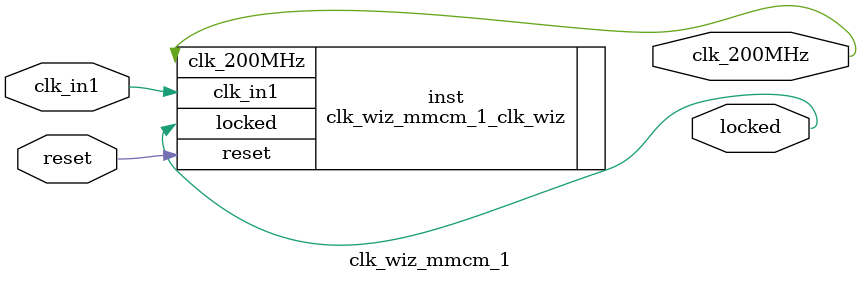
<source format=v>


`timescale 1ps/1ps

(* CORE_GENERATION_INFO = "clk_wiz_mmcm_1,clk_wiz_v6_0_6_0_0,{component_name=clk_wiz_mmcm_1,use_phase_alignment=true,use_min_o_jitter=false,use_max_i_jitter=false,use_dyn_phase_shift=false,use_inclk_switchover=false,use_dyn_reconfig=false,enable_axi=0,feedback_source=FDBK_AUTO,PRIMITIVE=MMCM,num_out_clk=1,clkin1_period=3.333,clkin2_period=10.0,use_power_down=false,use_reset=true,use_locked=true,use_inclk_stopped=false,feedback_type=SINGLE,CLOCK_MGR_TYPE=NA,manual_override=false}" *)

module clk_wiz_mmcm_1 
 (
  // Clock out ports
  output        clk_200MHz,
  // Status and control signals
  input         reset,
  output        locked,
 // Clock in ports
  input         clk_in1
 );

  clk_wiz_mmcm_1_clk_wiz inst
  (
  // Clock out ports  
  .clk_200MHz(clk_200MHz),
  // Status and control signals               
  .reset(reset), 
  .locked(locked),
 // Clock in ports
  .clk_in1(clk_in1)
  );

endmodule

</source>
